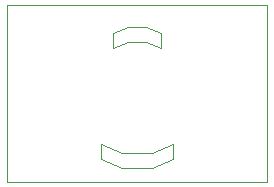
<source format=gm1>
G04 #@! TF.GenerationSoftware,KiCad,Pcbnew,(6.0.9)*
G04 #@! TF.CreationDate,2024-12-23T09:42:26+09:00*
G04 #@! TF.ProjectId,Nuvistor,4e757669-7374-46f7-922e-6b696361645f,rev?*
G04 #@! TF.SameCoordinates,Original*
G04 #@! TF.FileFunction,Profile,NP*
%FSLAX46Y46*%
G04 Gerber Fmt 4.6, Leading zero omitted, Abs format (unit mm)*
G04 Created by KiCad (PCBNEW (6.0.9)) date 2024-12-23 09:42:26*
%MOMM*%
%LPD*%
G01*
G04 APERTURE LIST*
G04 #@! TA.AperFunction,Profile*
%ADD10C,0.100000*%
G04 #@! TD*
G04 #@! TA.AperFunction,Profile*
%ADD11C,0.120000*%
G04 #@! TD*
G04 APERTURE END LIST*
D10*
X23290000Y-22924500D02*
X45290000Y-22924500D01*
X23290000Y-37924500D02*
X23290000Y-22924500D01*
X45290000Y-22924500D02*
X45290000Y-37924500D01*
X45290000Y-37924500D02*
X23290000Y-37924500D01*
D11*
X32258000Y-25336500D02*
X33528000Y-24828500D01*
X36322000Y-25336500D02*
X36322000Y-26606500D01*
X33020000Y-36766500D02*
X31242000Y-36004500D01*
X33528000Y-26098500D02*
X35052000Y-26098500D01*
X37338000Y-36004500D02*
X35560000Y-36766500D01*
X35560000Y-35496500D02*
X37338000Y-34734500D01*
X33020000Y-35496500D02*
X35560000Y-35496500D01*
X35560000Y-36766500D02*
X33020000Y-36766500D01*
X32258000Y-25336500D02*
X32258000Y-26606500D01*
X32258000Y-26606500D02*
X33528000Y-26098500D01*
X36322000Y-26606500D02*
X35052000Y-26098500D01*
X33528000Y-24828500D02*
X35052000Y-24828500D01*
X31242000Y-36004500D02*
X31242000Y-34734500D01*
X37338000Y-34734500D02*
X37338000Y-36004500D01*
X31242000Y-34734500D02*
X33020000Y-35496500D01*
X35052000Y-24828500D02*
X36322000Y-25336500D01*
M02*

</source>
